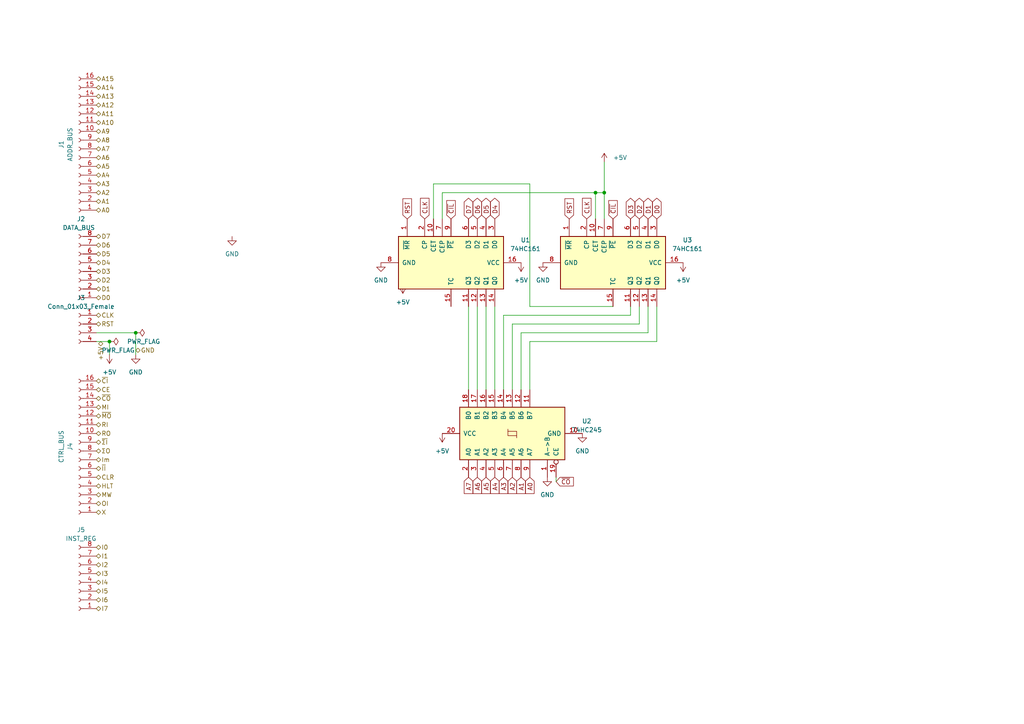
<source format=kicad_sch>
(kicad_sch (version 20211123) (generator eeschema)
  (paper "A4")
  (lib_symbols
    (symbol "74xx:74HC161" (pin_names (offset 1.016))
      (property "Reference" "U" (at -7.62 16.51 0))
      (property "Value" "74HC161" (at -7.62 -16.51 0))
      (symbol "74HC161_1_0"
        (pin input line (at -12.7 -12.7 0) (length 5.08) (name "~{MR}") (number "1"))
        (pin input line (at -12.7 -5.08 0) (length 5.08) (name "CET") (number "10"))
        (pin output line (at 12.7 5.08 180) (length 5.08) (name "Q3") (number "11"))
        (pin output line (at 12.7 7.62 180) (length 5.08) (name "Q2") (number "12"))
        (pin output line (at 12.7 10.16 180) (length 5.08) (name "Q1") (number "13"))
        (pin output line (at 12.7 12.7 180) (length 5.08) (name "Q0") (number "14"))
        (pin output line (at 12.7 0 180) (length 5.08) (name "TC") (number "15"))
        (pin power_in line (at 0 20.32 270) (length 5.08) (name "VCC") (number "16"))
        (pin input line (at -12.7 -7.62 0) (length 5.08) (name "CP") (number "2"))
        (pin input line (at -12.7 12.7 0) (length 5.08) (name "D0") (number "3"))
        (pin input line (at -12.7 10.16 0) (length 5.08) (name "D1") (number "4"))
        (pin input line (at -12.7 7.62 0) (length 5.08) (name "D2") (number "5"))
        (pin input line (at -12.7 5.08 0) (length 5.08) (name "D3") (number "6"))
        (pin input line (at -12.7 -2.54 0) (length 5.08) (name "CEP") (number "7"))
        (pin power_in line (at 0 -20.32 90) (length 5.08) (name "GND") (number "8"))
        (pin input line (at -12.7 0 0) (length 5.08) (name "~{PE}") (number "9"))
      )
      (symbol "74HC161_1_1"
        (rectangle (start -7.62 15.24) (end 7.62 -15.24) (stroke (width 0.254)) (fill (type background)))
      )
    )
    (symbol "74xx:74HC245" (pin_names (offset 1.016))
      (property "Reference" "U" (at -7.62 16.51 0))
      (property "Value" "74HC245" (at -7.62 -16.51 0))
      (symbol "74HC245_1_0"
        (polyline (pts (xy -0.635 -1.27) (xy -0.635 1.27) (xy 0.635 1.27)))
        (polyline (pts (xy -1.27 -1.27) (xy 0.635 -1.27) (xy 0.635 1.27) (xy 1.27 1.27)))
        (pin input line (at -12.7 -10.16 0) (length 5.08) (name "A->B") (number "1"))
        (pin power_in line (at 0 -20.32 90) (length 5.08) (name "GND") (number "10"))
        (pin tri_state line (at 12.7 -5.08 180) (length 5.08) (name "B7") (number "11"))
        (pin tri_state line (at 12.7 -2.54 180) (length 5.08) (name "B6") (number "12"))
        (pin tri_state line (at 12.7 0 180) (length 5.08) (name "B5") (number "13"))
        (pin tri_state line (at 12.7 2.54 180) (length 5.08) (name "B4") (number "14"))
        (pin tri_state line (at 12.7 5.08 180) (length 5.08) (name "B3") (number "15"))
        (pin tri_state line (at 12.7 7.62 180) (length 5.08) (name "B2") (number "16"))
        (pin tri_state line (at 12.7 10.16 180) (length 5.08) (name "B1") (number "17"))
        (pin tri_state line (at 12.7 12.7 180) (length 5.08) (name "B0") (number "18"))
        (pin input inverted (at -12.7 -12.7 0) (length 5.08) (name "CE") (number "19"))
        (pin tri_state line (at -12.7 12.7 0) (length 5.08) (name "A0") (number "2"))
        (pin power_in line (at 0 20.32 270) (length 5.08) (name "VCC") (number "20"))
        (pin tri_state line (at -12.7 10.16 0) (length 5.08) (name "A1") (number "3"))
        (pin tri_state line (at -12.7 7.62 0) (length 5.08) (name "A2") (number "4"))
        (pin tri_state line (at -12.7 5.08 0) (length 5.08) (name "A3") (number "5"))
        (pin tri_state line (at -12.7 2.54 0) (length 5.08) (name "A4") (number "6"))
        (pin tri_state line (at -12.7 0 0) (length 5.08) (name "A5") (number "7"))
        (pin tri_state line (at -12.7 -2.54 0) (length 5.08) (name "A6") (number "8"))
        (pin tri_state line (at -12.7 -5.08 0) (length 5.08) (name "A7") (number "9"))
      )
      (symbol "74HC245_1_1"
        (rectangle (start -7.62 15.24) (end 7.62 -15.24) (stroke (width 0.254)) (fill (type background)))
      )
    )
    (symbol "Connector:Conn_01x04_Female" (pin_names (offset 1.016) hide)
      (property "Reference" "J" (at 0 5.08 0))
      (property "Value" "Conn_01x04_Female" (at 0 -7.62 0))
      (symbol "Conn_01x04_Female_1_1"
        (arc (start 0 -4.572) (mid -0.508 -5.08) (end 0 -5.588) (stroke (width 0.1524)))
        (arc (start 0 -2.032) (mid -0.508 -2.54) (end 0 -3.048) (stroke (width 0.1524)))
        (polyline (pts (xy -1.27 -5.08) (xy -0.508 -5.08)) (stroke (width 0.1524)))
        (polyline (pts (xy -1.27 -2.54) (xy -0.508 -2.54)) (stroke (width 0.1524)))
        (polyline (pts (xy -1.27 0) (xy -0.508 0)) (stroke (width 0.1524)))
        (polyline (pts (xy -1.27 2.54) (xy -0.508 2.54)) (stroke (width 0.1524)))
        (arc (start 0 0.508) (mid -0.508 0) (end 0 -0.508) (stroke (width 0.1524)))
        (arc (start 0 3.048) (mid -0.508 2.54) (end 0 2.032) (stroke (width 0.1524)))
        (pin passive line (at -5.08 2.54 0) (length 3.81) (name "Pin_1") (number "1"))
        (pin passive line (at -5.08 0 0) (length 3.81) (name "Pin_2") (number "2"))
        (pin passive line (at -5.08 -2.54 0) (length 3.81) (name "Pin_3") (number "3"))
        (pin passive line (at -5.08 -5.08 0) (length 3.81) (name "Pin_4") (number "4"))
      )
    )
    (symbol "Connector:Conn_01x08_Female" (pin_names (offset 1.016) hide)
      (property "Reference" "J" (at 0 10.16 0))
      (property "Value" "Conn_01x08_Female" (at 0 -12.7 0))
      (symbol "Conn_01x08_Female_1_1"
        (arc (start 0 -9.652) (mid -0.508 -10.16) (end 0 -10.668) (stroke (width 0.1524)))
        (arc (start 0 -7.112) (mid -0.508 -7.62) (end 0 -8.128) (stroke (width 0.1524)))
        (arc (start 0 -4.572) (mid -0.508 -5.08) (end 0 -5.588) (stroke (width 0.1524)))
        (arc (start 0 -2.032) (mid -0.508 -2.54) (end 0 -3.048) (stroke (width 0.1524)))
        (polyline (pts (xy -1.27 -10.16) (xy -0.508 -10.16)) (stroke (width 0.1524)))
        (polyline (pts (xy -1.27 -7.62) (xy -0.508 -7.62)) (stroke (width 0.1524)))
        (polyline (pts (xy -1.27 -5.08) (xy -0.508 -5.08)) (stroke (width 0.1524)))
        (polyline (pts (xy -1.27 -2.54) (xy -0.508 -2.54)) (stroke (width 0.1524)))
        (polyline (pts (xy -1.27 0) (xy -0.508 0)) (stroke (width 0.1524)))
        (polyline (pts (xy -1.27 2.54) (xy -0.508 2.54)) (stroke (width 0.1524)))
        (polyline (pts (xy -1.27 5.08) (xy -0.508 5.08)) (stroke (width 0.1524)))
        (polyline (pts (xy -1.27 7.62) (xy -0.508 7.62)) (stroke (width 0.1524)))
        (arc (start 0 0.508) (mid -0.508 0) (end 0 -0.508) (stroke (width 0.1524)))
        (arc (start 0 3.048) (mid -0.508 2.54) (end 0 2.032) (stroke (width 0.1524)))
        (arc (start 0 5.588) (mid -0.508 5.08) (end 0 4.572) (stroke (width 0.1524)))
        (arc (start 0 8.128) (mid -0.508 7.62) (end 0 7.112) (stroke (width 0.1524)))
        (pin passive line (at -5.08 7.62 0) (length 3.81) (name "Pin_1") (number "1"))
        (pin passive line (at -5.08 5.08 0) (length 3.81) (name "Pin_2") (number "2"))
        (pin passive line (at -5.08 2.54 0) (length 3.81) (name "Pin_3") (number "3"))
        (pin passive line (at -5.08 0 0) (length 3.81) (name "Pin_4") (number "4"))
        (pin passive line (at -5.08 -2.54 0) (length 3.81) (name "Pin_5") (number "5"))
        (pin passive line (at -5.08 -5.08 0) (length 3.81) (name "Pin_6") (number "6"))
        (pin passive line (at -5.08 -7.62 0) (length 3.81) (name "Pin_7") (number "7"))
        (pin passive line (at -5.08 -10.16 0) (length 3.81) (name "Pin_8") (number "8"))
      )
    )
    (symbol "Connector:Conn_01x16_Female" (pin_names (offset 1.016) hide)
      (property "Reference" "J" (at 0 20.32 0))
      (property "Value" "Conn_01x16_Female" (at 0 -22.86 0))
      (symbol "Conn_01x16_Female_1_1"
        (arc (start 0 -19.812) (mid -0.508 -20.32) (end 0 -20.828) (stroke (width 0.1524)))
        (arc (start 0 -17.272) (mid -0.508 -17.78) (end 0 -18.288) (stroke (width 0.1524)))
        (arc (start 0 -14.732) (mid -0.508 -15.24) (end 0 -15.748) (stroke (width 0.1524)))
        (arc (start 0 -12.192) (mid -0.508 -12.7) (end 0 -13.208) (stroke (width 0.1524)))
        (arc (start 0 -9.652) (mid -0.508 -10.16) (end 0 -10.668) (stroke (width 0.1524)))
        (arc (start 0 -7.112) (mid -0.508 -7.62) (end 0 -8.128) (stroke (width 0.1524)))
        (arc (start 0 -4.572) (mid -0.508 -5.08) (end 0 -5.588) (stroke (width 0.1524)))
        (arc (start 0 -2.032) (mid -0.508 -2.54) (end 0 -3.048) (stroke (width 0.1524)))
        (polyline (pts (xy -1.27 -20.32) (xy -0.508 -20.32)) (stroke (width 0.1524)))
        (polyline (pts (xy -1.27 -17.78) (xy -0.508 -17.78)) (stroke (width 0.1524)))
        (polyline (pts (xy -1.27 -15.24) (xy -0.508 -15.24)) (stroke (width 0.1524)))
        (polyline (pts (xy -1.27 -12.7) (xy -0.508 -12.7)) (stroke (width 0.1524)))
        (polyline (pts (xy -1.27 -10.16) (xy -0.508 -10.16)) (stroke (width 0.1524)))
        (polyline (pts (xy -1.27 -7.62) (xy -0.508 -7.62)) (stroke (width 0.1524)))
        (polyline (pts (xy -1.27 -5.08) (xy -0.508 -5.08)) (stroke (width 0.1524)))
        (polyline (pts (xy -1.27 -2.54) (xy -0.508 -2.54)) (stroke (width 0.1524)))
        (polyline (pts (xy -1.27 0) (xy -0.508 0)) (stroke (width 0.1524)))
        (polyline (pts (xy -1.27 2.54) (xy -0.508 2.54)) (stroke (width 0.1524)))
        (polyline (pts (xy -1.27 5.08) (xy -0.508 5.08)) (stroke (width 0.1524)))
        (polyline (pts (xy -1.27 7.62) (xy -0.508 7.62)) (stroke (width 0.1524)))
        (polyline (pts (xy -1.27 10.16) (xy -0.508 10.16)) (stroke (width 0.1524)))
        (polyline (pts (xy -1.27 12.7) (xy -0.508 12.7)) (stroke (width 0.1524)))
        (polyline (pts (xy -1.27 15.24) (xy -0.508 15.24)) (stroke (width 0.1524)))
        (polyline (pts (xy -1.27 17.78) (xy -0.508 17.78)) (stroke (width 0.1524)))
        (arc (start 0 0.508) (mid -0.508 0) (end 0 -0.508) (stroke (width 0.1524)))
        (arc (start 0 3.048) (mid -0.508 2.54) (end 0 2.032) (stroke (width 0.1524)))
        (arc (start 0 5.588) (mid -0.508 5.08) (end 0 4.572) (stroke (width 0.1524)))
        (arc (start 0 8.128) (mid -0.508 7.62) (end 0 7.112) (stroke (width 0.1524)))
        (arc (start 0 10.668) (mid -0.508 10.16) (end 0 9.652) (stroke (width 0.1524)))
        (arc (start 0 13.208) (mid -0.508 12.7) (end 0 12.192) (stroke (width 0.1524)))
        (arc (start 0 15.748) (mid -0.508 15.24) (end 0 14.732) (stroke (width 0.1524)))
        (arc (start 0 18.288) (mid -0.508 17.78) (end 0 17.272) (stroke (width 0.1524)))
        (pin passive line (at -5.08 17.78 0) (length 3.81) (name "Pin_1") (number "1"))
        (pin passive line (at -5.08 -5.08 0) (length 3.81) (name "Pin_10") (number "10"))
        (pin passive line (at -5.08 -7.62 0) (length 3.81) (name "Pin_11") (number "11"))
        (pin passive line (at -5.08 -10.16 0) (length 3.81) (name "Pin_12") (number "12"))
        (pin passive line (at -5.08 -12.7 0) (length 3.81) (name "Pin_13") (number "13"))
        (pin passive line (at -5.08 -15.24 0) (length 3.81) (name "Pin_14") (number "14"))
        (pin passive line (at -5.08 -17.78 0) (length 3.81) (name "Pin_15") (number "15"))
        (pin passive line (at -5.08 -20.32 0) (length 3.81) (name "Pin_16") (number "16"))
        (pin passive line (at -5.08 15.24 0) (length 3.81) (name "Pin_2") (number "2"))
        (pin passive line (at -5.08 12.7 0) (length 3.81) (name "Pin_3") (number "3"))
        (pin passive line (at -5.08 10.16 0) (length 3.81) (name "Pin_4") (number "4"))
        (pin passive line (at -5.08 7.62 0) (length 3.81) (name "Pin_5") (number "5"))
        (pin passive line (at -5.08 5.08 0) (length 3.81) (name "Pin_6") (number "6"))
        (pin passive line (at -5.08 2.54 0) (length 3.81) (name "Pin_7") (number "7"))
        (pin passive line (at -5.08 0 0) (length 3.81) (name "Pin_8") (number "8"))
        (pin passive line (at -5.08 -2.54 0) (length 3.81) (name "Pin_9") (number "9"))
      )
    )
    (symbol "power:+5V" (power) (pin_names (offset 0))
      (property "Value" "+5V" (at 0 3.556 0))
      (symbol "+5V_0_1"
        (polyline (pts (xy -0.762 1.27) (xy 0 2.54)))
        (polyline (pts (xy 0 0) (xy 0 2.54)))
        (polyline (pts (xy 0 2.54) (xy 0.762 1.27)))
      )
      (symbol "+5V_1_1"
        (pin power_in line (at 0 0 90) (length 0) hide (name "+5V") (number "1"))
      )
    )
    (symbol "power:GND" (power) (pin_names (offset 0))
      (property "Value" "GND" (at 0 -3.81 0))
      (symbol "GND_0_1"
        (polyline (pts (xy 0 0) (xy 0 -1.27) (xy 1.27 -1.27) (xy 0 -2.54) (xy -1.27 -1.27) (xy 0 -1.27)))
      )
      (symbol "GND_1_1"
        (pin power_in line (at 0 0 270) (length 0) hide (name "GND") (number "1"))
      )
    )
    (symbol "power:PWR_FLAG" (power) (pin_numbers hide) (pin_names (offset 0) hide)
      (property "Value" "PWR_FLAG" (at 0 3.81 0))
      (symbol "PWR_FLAG_0_0"
        (pin power_out line (at 0 0 90) (length 0) (name "pwr") (number "1"))
      )
      (symbol "PWR_FLAG_0_1"
        (polyline (pts (xy 0 0) (xy 0 1.27) (xy -1.016 1.905) (xy 0 2.54) (xy 1.016 1.905) (xy 0 1.27)))
      )
    )
  )
  (junction (at 172.72 55.88))
  (junction (at 175.26 55.88))
  (junction (at 39.37 96.52))
  (junction (at 31.75 99.06))
  (wire (pts (xy 138.43 88.9) (xy 138.43 113.03)))
  (wire (pts (xy 175.26 46.99) (xy 175.26 55.88)))
  (wire (pts (xy 151.13 96.52) (xy 187.96 96.52)))
  (wire (pts (xy 190.5 99.06) (xy 190.5 88.9)))
  (wire (pts (xy 182.88 91.44) (xy 182.88 88.9)))
  (wire (pts (xy 39.37 96.52) (xy 39.37 102.87)))
  (wire (pts (xy 177.8 88.9) (xy 153.67 88.9)))
  (wire (pts (xy 153.67 53.34) (xy 125.73 53.34)))
  (wire (pts (xy 148.59 93.98) (xy 148.59 113.03)))
  (wire (pts (xy 31.75 99.06) (xy 31.75 102.87)))
  (wire (pts (xy 175.26 55.88) (xy 172.72 55.88)))
  (wire (pts (xy 161.29 139.7) (xy 161.29 138.43)))
  (wire (pts (xy 27.94 96.52) (xy 39.37 96.52)))
  (wire (pts (xy 151.13 96.52) (xy 151.13 113.03)))
  (wire (pts (xy 27.94 99.06) (xy 31.75 99.06)))
  (wire (pts (xy 146.05 91.44) (xy 146.05 113.03)))
  (wire (pts (xy 135.89 88.9) (xy 135.89 113.03)))
  (wire (pts (xy 153.67 88.9) (xy 153.67 53.34)))
  (wire (pts (xy 187.96 96.52) (xy 187.96 88.9)))
  (wire (pts (xy 153.67 99.06) (xy 190.5 99.06)))
  (wire (pts (xy 140.97 88.9) (xy 140.97 113.03)))
  (wire (pts (xy 146.05 91.44) (xy 182.88 91.44)))
  (wire (pts (xy 125.73 53.34) (xy 125.73 63.5)))
  (wire (pts (xy 172.72 55.88) (xy 172.72 63.5)))
  (wire (pts (xy 128.27 55.88) (xy 172.72 55.88)))
  (wire (pts (xy 143.51 88.9) (xy 143.51 113.03)))
  (wire (pts (xy 153.67 99.06) (xy 153.67 113.03)))
  (wire (pts (xy 128.27 55.88) (xy 128.27 63.5)))
  (wire (pts (xy 175.26 55.88) (xy 175.26 63.5)))
  (wire (pts (xy 185.42 93.98) (xy 185.42 88.9)))
  (wire (pts (xy 148.59 93.98) (xy 185.42 93.98)))
  (global_label "A6" (shape input) (at 138.43 138.43 270) (property "Intersheet References" "${INTERSHEET_REFS}" (effects hide)))
  (global_label "D1" (shape tri_state) (at 187.96 63.5 90) (property "Intersheet References" "${INTERSHEET_REFS}" (effects hide)))
  (global_label "~{CIL}" (shape input) (at 130.81 63.5 90) (property "Intersheet References" "${INTERSHEET_REFS}" (effects hide)))
  (global_label "~{CIL}" (shape input) (at 177.8 63.5 90) (property "Intersheet References" "${INTERSHEET_REFS}" (effects hide)))
  (global_label "D7" (shape tri_state) (at 135.89 63.5 90) (property "Intersheet References" "${INTERSHEET_REFS}" (effects hide)))
  (global_label "~{CO}" (shape input) (at 161.29 139.7 0) (property "Intersheet References" "${INTERSHEET_REFS}" (effects hide)))
  (global_label "CLK" (shape input) (at 123.19 63.5 90) (property "Intersheet References" "${INTERSHEET_REFS}" (effects hide)))
  (global_label "D0" (shape tri_state) (at 190.5 63.5 90) (property "Intersheet References" "${INTERSHEET_REFS}" (effects hide)))
  (global_label "A1" (shape input) (at 151.13 138.43 270) (property "Intersheet References" "${INTERSHEET_REFS}" (effects hide)))
  (global_label "RST" (shape input) (at 118.11 63.5 90) (property "Intersheet References" "${INTERSHEET_REFS}" (effects hide)))
  (global_label "A2" (shape input) (at 148.59 138.43 270) (property "Intersheet References" "${INTERSHEET_REFS}" (effects hide)))
  (global_label "A7" (shape input) (at 135.89 138.43 270) (property "Intersheet References" "${INTERSHEET_REFS}" (effects hide)))
  (global_label "D6" (shape tri_state) (at 138.43 63.5 90) (property "Intersheet References" "${INTERSHEET_REFS}" (effects hide)))
  (global_label "D2" (shape tri_state) (at 185.42 63.5 90) (property "Intersheet References" "${INTERSHEET_REFS}" (effects hide)))
  (global_label "A0" (shape input) (at 153.67 138.43 270) (property "Intersheet References" "${INTERSHEET_REFS}" (effects hide)))
  (global_label "A4" (shape input) (at 143.51 138.43 270) (property "Intersheet References" "${INTERSHEET_REFS}" (effects hide)))
  (global_label "RST" (shape input) (at 165.1 63.5 90) (property "Intersheet References" "${INTERSHEET_REFS}" (effects hide)))
  (global_label "A5" (shape input) (at 140.97 138.43 270) (property "Intersheet References" "${INTERSHEET_REFS}" (effects hide)))
  (global_label "D5" (shape tri_state) (at 140.97 63.5 90) (property "Intersheet References" "${INTERSHEET_REFS}" (effects hide)))
  (global_label "A3" (shape input) (at 146.05 138.43 270) (property "Intersheet References" "${INTERSHEET_REFS}" (effects hide)))
  (global_label "D4" (shape tri_state) (at 143.51 63.5 90) (property "Intersheet References" "${INTERSHEET_REFS}" (effects hide)))
  (global_label "D3" (shape tri_state) (at 182.88 63.5 90) (property "Intersheet References" "${INTERSHEET_REFS}" (effects hide)))
  (global_label "CLK" (shape input) (at 170.18 63.5 90) (property "Intersheet References" "${INTERSHEET_REFS}" (effects hide)))
  (hierarchical_label "+5V" (shape bidirectional) (at 29.21 99.06 270))
  (hierarchical_label "RO" (shape bidirectional) (at 27.94 125.73 0))
  (hierarchical_label "I0" (shape tri_state) (at 27.94 158.75 0))
  (hierarchical_label "A11" (shape bidirectional) (at 27.94 33.02 0))
  (hierarchical_label "CE" (shape bidirectional) (at 27.94 113.03 0))
  (hierarchical_label "~{II}" (shape bidirectional) (at 27.94 135.89 0))
  (hierarchical_label "D2" (shape tri_state) (at 27.94 81.28 0))
  (hierarchical_label "D4" (shape tri_state) (at 27.94 76.2 0))
  (hierarchical_label "A5" (shape bidirectional) (at 27.94 48.26 0))
  (hierarchical_label "CLR" (shape bidirectional) (at 27.94 138.43 0))
  (hierarchical_label "X" (shape bidirectional) (at 27.94 148.59 0))
  (hierarchical_label "A13" (shape bidirectional) (at 27.94 27.94 0))
  (hierarchical_label "I3" (shape tri_state) (at 27.94 166.37 0))
  (hierarchical_label "A9" (shape bidirectional) (at 27.94 38.1 0))
  (hierarchical_label "~{MO}" (shape bidirectional) (at 27.94 120.65 0))
  (hierarchical_label "A8" (shape bidirectional) (at 27.94 40.64 0))
  (hierarchical_label "D7" (shape tri_state) (at 27.94 68.58 0))
  (hierarchical_label "HLT" (shape bidirectional) (at 27.94 140.97 0))
  (hierarchical_label "A10" (shape bidirectional) (at 27.94 35.56 0))
  (hierarchical_label "MI" (shape bidirectional) (at 27.94 118.11 0))
  (hierarchical_label "A14" (shape bidirectional) (at 27.94 25.4 0))
  (hierarchical_label "D1" (shape tri_state) (at 27.94 83.82 0))
  (hierarchical_label "CLK" (shape bidirectional) (at 27.94 91.44 0))
  (hierarchical_label "A3" (shape bidirectional) (at 27.94 53.34 0))
  (hierarchical_label "A7" (shape bidirectional) (at 27.94 43.18 0))
  (hierarchical_label "I4" (shape tri_state) (at 27.94 168.91 0))
  (hierarchical_label "I7" (shape tri_state) (at 27.94 176.53 0))
  (hierarchical_label "A2" (shape bidirectional) (at 27.94 55.88 0))
  (hierarchical_label "I6" (shape tri_state) (at 27.94 173.99 0))
  (hierarchical_label "A12" (shape bidirectional) (at 27.94 30.48 0))
  (hierarchical_label "A0" (shape bidirectional) (at 27.94 60.96 0))
  (hierarchical_label "~{CO}" (shape bidirectional) (at 27.94 115.57 0))
  (hierarchical_label "Im" (shape bidirectional) (at 27.94 133.35 0))
  (hierarchical_label "D6" (shape tri_state) (at 27.94 71.12 0))
  (hierarchical_label "ΣO" (shape bidirectional) (at 27.94 130.81 0))
  (hierarchical_label "~{ΣI}" (shape bidirectional) (at 27.94 128.27 0))
  (hierarchical_label "D0" (shape tri_state) (at 27.94 86.36 0))
  (hierarchical_label "RI" (shape bidirectional) (at 27.94 123.19 0))
  (hierarchical_label "GND" (shape bidirectional) (at 39.37 101.6 0))
  (hierarchical_label "OI" (shape bidirectional) (at 27.94 146.05 0))
  (hierarchical_label "I1" (shape tri_state) (at 27.94 161.29 0))
  (hierarchical_label "RST" (shape bidirectional) (at 27.94 93.98 0))
  (hierarchical_label "A1" (shape bidirectional) (at 27.94 58.42 0))
  (hierarchical_label "I2" (shape tri_state) (at 27.94 163.83 0))
  (hierarchical_label "~{CI}" (shape bidirectional) (at 27.94 110.49 0))
  (hierarchical_label "A4" (shape bidirectional) (at 27.94 50.8 0))
  (hierarchical_label "D5" (shape tri_state) (at 27.94 73.66 0))
  (hierarchical_label "MW" (shape bidirectional) (at 27.94 143.51 0))
  (hierarchical_label "I5" (shape tri_state) (at 27.94 171.45 0))
  (hierarchical_label "D3" (shape tri_state) (at 27.94 78.74 0))
  (hierarchical_label "A15" (shape bidirectional) (at 27.94 22.86 0))
  (hierarchical_label "A6" (shape bidirectional) (at 27.94 45.72 0))
  (symbol (lib_id "Connector:Conn_01x08_Female") (at 22.86 78.74 180) (unit 1)
    (property "Reference" "J2" (at 23.495 63.5 0))
    (property "Value" "DATA_BUS" (at 22.86 66.04 0))
    (property "Footprint" "Connector_PinSocket_2.54mm:PinSocket_1x08_P2.54mm_Vertical" (effects hide))
  )
  (symbol (lib_id "power:PWR_FLAG") (at 39.37 96.52 270) (unit 1)
    (property "Reference" "#FLG02" (effects hide))
    (property "Value" "PWR_FLAG" (at 36.83 99.06 90) (effects (justify left)))
  )
  (symbol (lib_id "power:GND") (at 157.48 76.2 0) (unit 1)
    (property "Reference" "#PWR08" (effects hide))
    (property "Value" "GND" (at 157.48 81.28 0))
  )
  (symbol (lib_id "power:GND") (at 168.91 125.73 0) (unit 1)
    (property "Reference" "#PWR010" (effects hide))
    (property "Value" "GND" (at 168.91 130.81 0))
  )
  (symbol (lib_id "power:+5V") (at 128.27 125.73 180) (unit 1)
    (property "Reference" "#PWR06" (effects hide))
    (property "Value" "+5V" (at 128.27 130.81 0))
  )
  (symbol (lib_id "power:+5V") (at 198.12 76.2 180) (unit 1)
    (property "Reference" "#PWR012" (effects hide))
    (property "Value" "+5V" (at 198.12 81.28 0))
  )
  (symbol (lib_id "Connector:Conn_01x04_Female") (at 22.86 93.98 0) (mirror y) (unit 1)
    (property "Reference" "J3" (at 23.495 86.36 0))
    (property "Value" "Conn_01x03_Female" (at 23.495 88.9 0))
    (property "Footprint" "Connector_PinSocket_2.54mm:PinSocket_1x04_P2.54mm_Vertical" (effects hide))
  )
  (symbol (lib_id "power:GND") (at 39.37 102.87 0) (unit 1)
    (property "Reference" "#PWR02" (effects hide))
    (property "Value" "GND" (at 39.37 107.95 0))
  )
  (symbol (lib_id "power:+5V") (at 31.75 102.87 180) (unit 1)
    (property "Reference" "#PWR01" (effects hide))
    (property "Value" "+5V" (at 31.75 107.95 0))
  )
  (symbol (lib_id "Connector:Conn_01x16_Female") (at 22.86 130.81 180) (unit 1)
    (property "Reference" "J4" (at 20.32 129.54 90))
    (property "Value" "CTRL_BUS" (at 17.78 129.54 90))
    (property "Footprint" "Connector_PinSocket_2.54mm:PinSocket_1x16_P2.54mm_Vertical" (effects hide))
  )
  (symbol (lib_id "74xx:74HC161") (at 177.8 76.2 270) (unit 1)
    (property "Reference" "U3" (at 199.39 69.6212 90))
    (property "Value" "74HC161" (at 199.39 72.1612 90))
    (property "Footprint" "Package_DIP:DIP-16_W7.62mm_Socket" (effects hide))
    (property "Datasheet" "http://www.ti.com/lit/gpn/sn74LS161" (effects hide))
  )
  (symbol (lib_id "power:GND") (at 110.49 76.2 0) (unit 1)
    (property "Reference" "#PWR04" (effects hide))
    (property "Value" "GND" (at 110.49 81.28 0))
  )
  (symbol (lib_id "74xx:74HC161") (at 130.81 76.2 270) (unit 1)
    (property "Reference" "U1" (at 152.4 69.6212 90))
    (property "Value" "74HC161" (at 152.4 72.1612 90))
    (property "Footprint" "Package_DIP:DIP-16_W7.62mm_Socket" (effects hide))
    (property "Datasheet" "http://www.ti.com/lit/gpn/sn74LS161" (effects hide))
  )
  (symbol (lib_id "power:+5V") (at 116.84 82.55 180) (unit 1)
    (property "Reference" "#PWR05" (effects hide))
    (property "Value" "+5V" (at 116.84 87.63 0))
  )
  (symbol (lib_id "power:GND") (at 158.75 138.43 0) (unit 1)
    (property "Reference" "#PWR09" (effects hide))
    (property "Value" "GND" (at 158.75 143.51 0))
  )
  (symbol (lib_id "power:+5V") (at 175.26 46.99 0) (unit 1)
    (property "Reference" "#PWR011" (effects hide))
    (property "Value" "+5V" (at 177.8 45.7199 0) (effects (justify left)))
  )
  (symbol (lib_id "Connector:Conn_01x08_Female") (at 22.86 168.91 180) (unit 1)
    (property "Reference" "J5" (at 23.495 153.67 0))
    (property "Value" "INST_REG" (at 23.495 156.21 0))
    (property "Footprint" "Connector_PinSocket_2.54mm:PinSocket_1x08_P2.54mm_Vertical" (effects hide))
  )
  (symbol (lib_id "power:PWR_FLAG") (at 31.75 99.06 270) (unit 1)
    (property "Reference" "#FLG01" (effects hide))
    (property "Value" "PWR_FLAG" (at 34.29 101.6 90))
  )
  (symbol (lib_id "74xx:74HC245") (at 148.59 125.73 90) (unit 1)
    (property "Reference" "U2" (at 170.18 122.1486 90))
    (property "Value" "74HC245" (at 170.18 124.6886 90))
    (property "Footprint" "Package_DIP:DIP-20_W7.62mm_Socket" (effects hide))
    (property "Datasheet" "http://www.ti.com/lit/gpn/sn74HC245" (effects hide))
  )
  (symbol (lib_id "power:+5V") (at 151.13 76.2 180) (unit 1)
    (property "Reference" "#PWR07" (effects hide))
    (property "Value" "+5V" (at 151.13 81.28 0))
  )
  (symbol (lib_id "Connector:Conn_01x16_Female") (at 22.86 43.18 180) (unit 1)
    (property "Reference" "J1" (at 17.78 41.91 90))
    (property "Value" "ADDR_BUS" (at 20.32 41.91 90))
    (property "Footprint" "Connector_PinSocket_2.54mm:PinSocket_1x16_P2.54mm_Vertical" (effects hide))
  )
  (symbol (lib_id "power:GND") (at 67.31 68.58 0) (unit 1)
    (property "Reference" "#PWR03" (effects hide))
    (property "Value" "GND" (at 67.31 73.66 0))
  )
)
</source>
